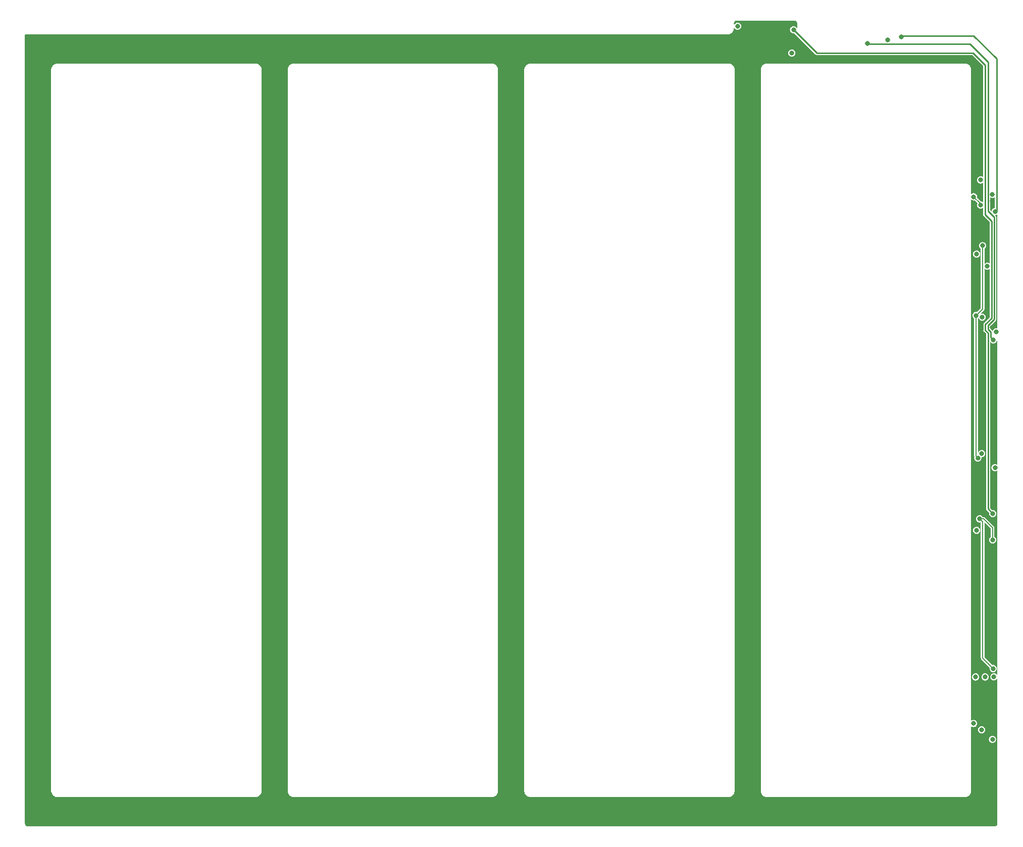
<source format=gbr>
%TF.GenerationSoftware,KiCad,Pcbnew,7.0.6*%
%TF.CreationDate,2024-01-17T22:25:56+01:00*%
%TF.ProjectId,FT24-AMS-Slave_v1-VTSENS,46543234-2d41-44d5-932d-536c6176655f,rev?*%
%TF.SameCoordinates,Original*%
%TF.FileFunction,Copper,L2,Inr*%
%TF.FilePolarity,Positive*%
%FSLAX46Y46*%
G04 Gerber Fmt 4.6, Leading zero omitted, Abs format (unit mm)*
G04 Created by KiCad (PCBNEW 7.0.6) date 2024-01-17 22:25:56*
%MOMM*%
%LPD*%
G01*
G04 APERTURE LIST*
%TA.AperFunction,ViaPad*%
%ADD10C,0.800000*%
%TD*%
%TA.AperFunction,Conductor*%
%ADD11C,0.250000*%
%TD*%
%TA.AperFunction,Conductor*%
%ADD12C,0.200000*%
%TD*%
G04 APERTURE END LIST*
D10*
%TO.N,+5V*%
X228000000Y-99100000D03*
X225827898Y-74266990D03*
X225911965Y-97122015D03*
X226027895Y-143311872D03*
X224575024Y-61000000D03*
X227725512Y-53200000D03*
X227727898Y-74380686D03*
X226833010Y-62633010D03*
X226833010Y-108433010D03*
X185100000Y-28400000D03*
X225700000Y-50800000D03*
%TO.N,GND1*%
X227725000Y-52097469D03*
X226500000Y-132999968D03*
X225925175Y-141834017D03*
X224575024Y-140800000D03*
X228176024Y-97900000D03*
X225100000Y-108400000D03*
X225100000Y-62100000D03*
X225775000Y-49685910D03*
X226876007Y-64136578D03*
X228380353Y-75138517D03*
X226021558Y-72667110D03*
X228000000Y-132978216D03*
X185000000Y-23900000D03*
X194100000Y-28400000D03*
X225949407Y-95540543D03*
X224935430Y-133001229D03*
X227750000Y-143452363D03*
%TO.N,Net-(J10-Pin_2)*%
X227800000Y-105600000D03*
X194400000Y-24500000D03*
%TO.N,Net-(J10-Pin_3)*%
X227900000Y-76500000D03*
X206800000Y-26800000D03*
%TO.N,Net-(J10-Pin_4)*%
X212500000Y-25669170D03*
X228176024Y-55000000D03*
%TO.N,Net-(J10-Pin_5)*%
X210200000Y-26175000D03*
%TO.N,Net-(J10-Pin_17)*%
X227775524Y-110000000D03*
X225600000Y-106500000D03*
X224600000Y-52500000D03*
X225775000Y-53900111D03*
X227852207Y-131579227D03*
%TO.N,Net-(J10-Pin_18)*%
X226100000Y-60700000D03*
X225000000Y-72400000D03*
X225300000Y-96300000D03*
%TD*%
D11*
%TO.N,Net-(J10-Pin_2)*%
X227800000Y-105600000D02*
X227000000Y-104800000D01*
X198300000Y-28400000D02*
X194400000Y-24500000D01*
X224500000Y-28400000D02*
X198300000Y-28400000D01*
X226500000Y-30400000D02*
X224500000Y-28400000D01*
X227000000Y-75314489D02*
X226552898Y-74867387D01*
X227000000Y-104800000D02*
X227000000Y-75314489D01*
X227601007Y-56601007D02*
X226500000Y-55500000D01*
X227601007Y-72845876D02*
X227601007Y-56601007D01*
X226552898Y-74867387D02*
X226552898Y-73893985D01*
X226500000Y-55500000D02*
X226500000Y-30400000D01*
X226552898Y-73893985D02*
X227601007Y-72845876D01*
%TO.N,Net-(J10-Pin_3)*%
X227450000Y-75128093D02*
X227002898Y-74680991D01*
X228051007Y-55951007D02*
X227000000Y-54900000D01*
X227000000Y-54900000D02*
X227000000Y-29900000D01*
X228051007Y-73032272D02*
X228051007Y-55951007D01*
X227450000Y-76050000D02*
X227450000Y-75128093D01*
X224000000Y-26900000D02*
X206900000Y-26900000D01*
X227002898Y-74080381D02*
X228051007Y-73032272D01*
X227900000Y-76500000D02*
X227450000Y-76050000D01*
X227002898Y-74680991D02*
X227002898Y-74080381D01*
X206900000Y-26900000D02*
X206800000Y-26800000D01*
X227000000Y-29900000D02*
X224000000Y-26900000D01*
%TO.N,Net-(J10-Pin_4)*%
X228450524Y-29350524D02*
X224600000Y-25500000D01*
X224600000Y-25500000D02*
X212669170Y-25500000D01*
X212669170Y-25500000D02*
X212500000Y-25669170D01*
X228176024Y-55000000D02*
X228400000Y-55000000D01*
X228400000Y-55000000D02*
X228450524Y-54949476D01*
X228450524Y-54949476D02*
X228450524Y-29350524D01*
D12*
%TO.N,Net-(J10-Pin_17)*%
X225600000Y-106500000D02*
X226300000Y-106500000D01*
X225600000Y-106500000D02*
X226100000Y-107000000D01*
X226100000Y-107000000D02*
X226100000Y-129827020D01*
X226100000Y-129827020D02*
X227852207Y-131579227D01*
X225775000Y-53675000D02*
X225775000Y-53900111D01*
X224600000Y-52500000D02*
X225775000Y-53675000D01*
X226300000Y-106500000D02*
X227775524Y-107975524D01*
X227775524Y-107975524D02*
X227775524Y-110000000D01*
%TO.N,Net-(J10-Pin_18)*%
X226100000Y-60700000D02*
X226100000Y-71300000D01*
X225000000Y-96000000D02*
X225300000Y-96300000D01*
X226100000Y-71300000D02*
X225000000Y-72400000D01*
X225000000Y-95100000D02*
X225000000Y-96000000D01*
X225000000Y-72400000D02*
X225000000Y-95100000D01*
%TD*%
%TA.AperFunction,Conductor*%
%TO.N,+5V*%
G36*
X194523374Y-22970179D02*
G01*
X194527117Y-22970178D01*
X194527120Y-22970179D01*
X194573110Y-22970170D01*
X194576304Y-22970379D01*
X194682816Y-22984408D01*
X194684849Y-22984676D01*
X194697221Y-22987994D01*
X194793872Y-23028093D01*
X194804952Y-23034502D01*
X194854072Y-23072277D01*
X194887890Y-23098285D01*
X194896939Y-23107357D01*
X194960503Y-23190465D01*
X194966887Y-23201569D01*
X195006338Y-23297376D01*
X195006724Y-23298312D01*
X195010012Y-23310699D01*
X195023951Y-23418725D01*
X195024152Y-23421933D01*
X195024012Y-23471282D01*
X195024155Y-23473117D01*
X195024155Y-23921365D01*
X195023421Y-24189683D01*
X195008974Y-24224292D01*
X194974287Y-24238549D01*
X194939678Y-24224102D01*
X194929151Y-24208300D01*
X194924538Y-24197163D01*
X194924535Y-24197158D01*
X194905297Y-24172087D01*
X194828282Y-24071718D01*
X194702841Y-23975464D01*
X194702836Y-23975461D01*
X194556761Y-23914955D01*
X194400000Y-23894318D01*
X194243238Y-23914955D01*
X194097163Y-23975461D01*
X194097158Y-23975464D01*
X193971718Y-24071717D01*
X193971717Y-24071718D01*
X193875464Y-24197158D01*
X193875461Y-24197163D01*
X193814955Y-24343238D01*
X193794318Y-24499999D01*
X193814955Y-24656761D01*
X193875461Y-24802836D01*
X193875464Y-24802841D01*
X193971718Y-24928282D01*
X194097159Y-25024536D01*
X194097161Y-25024536D01*
X194097163Y-25024538D01*
X194237941Y-25082850D01*
X194243238Y-25085044D01*
X194400000Y-25105682D01*
X194504488Y-25091925D01*
X194540713Y-25101631D01*
X194545532Y-25105858D01*
X198059025Y-28619351D01*
X198060470Y-28620928D01*
X198087544Y-28653193D01*
X198087545Y-28653195D01*
X198111449Y-28666995D01*
X198124029Y-28674258D01*
X198125806Y-28675390D01*
X198160316Y-28699554D01*
X198168128Y-28701646D01*
X198179943Y-28706539D01*
X198186955Y-28710588D01*
X198223419Y-28717017D01*
X198228424Y-28717900D01*
X198230508Y-28718362D01*
X198271193Y-28729264D01*
X198306026Y-28726216D01*
X198313154Y-28725593D01*
X198315290Y-28725500D01*
X224344878Y-28725500D01*
X224379526Y-28739852D01*
X226160148Y-30520473D01*
X226174500Y-30555121D01*
X226174500Y-49136180D01*
X226160148Y-49170828D01*
X226125500Y-49185180D01*
X226095671Y-49175055D01*
X226077840Y-49161373D01*
X226077839Y-49161372D01*
X225931761Y-49100865D01*
X225795636Y-49082944D01*
X225775000Y-49080228D01*
X225774999Y-49080228D01*
X225618238Y-49100865D01*
X225472163Y-49161371D01*
X225472158Y-49161374D01*
X225346718Y-49257627D01*
X225346717Y-49257628D01*
X225250464Y-49383068D01*
X225250461Y-49383073D01*
X225189955Y-49529148D01*
X225169318Y-49685909D01*
X225189955Y-49842671D01*
X225250461Y-49988746D01*
X225250464Y-49988751D01*
X225346718Y-50114192D01*
X225472159Y-50210446D01*
X225472161Y-50210446D01*
X225472163Y-50210448D01*
X225618238Y-50270953D01*
X225618238Y-50270954D01*
X225775000Y-50291592D01*
X225931762Y-50270954D01*
X226077841Y-50210446D01*
X226095671Y-50196763D01*
X226131893Y-50187057D01*
X226164372Y-50205807D01*
X226174499Y-50235638D01*
X226174499Y-53350381D01*
X226160147Y-53385029D01*
X226125499Y-53399381D01*
X226095669Y-53389255D01*
X226077840Y-53375574D01*
X226077839Y-53375573D01*
X225931761Y-53315066D01*
X225842620Y-53303330D01*
X225814368Y-53289397D01*
X225201745Y-52676774D01*
X225187393Y-52642126D01*
X225187811Y-52635743D01*
X225205682Y-52500000D01*
X225185044Y-52343238D01*
X225124536Y-52197159D01*
X225028282Y-52071718D01*
X224945146Y-52007926D01*
X224902841Y-51975464D01*
X224902836Y-51975461D01*
X224756761Y-51914955D01*
X224600000Y-51894318D01*
X224443238Y-51914955D01*
X224297160Y-51975462D01*
X224297159Y-51975463D01*
X224254853Y-52007926D01*
X224218628Y-52017632D01*
X224186149Y-51998880D01*
X224176024Y-51969051D01*
X224176024Y-31271213D01*
X224176025Y-31271188D01*
X224176024Y-31267256D01*
X224176026Y-31267253D01*
X224176024Y-31239959D01*
X224176030Y-31239945D01*
X224176029Y-31219658D01*
X224176030Y-31219658D01*
X224176027Y-31127753D01*
X224176027Y-31127751D01*
X224144105Y-30946744D01*
X224144104Y-30946742D01*
X224144103Y-30946736D01*
X224081232Y-30774012D01*
X223989324Y-30614829D01*
X223871190Y-30474044D01*
X223871176Y-30474027D01*
X223871172Y-30474023D01*
X223730395Y-30355897D01*
X223730364Y-30355871D01*
X223571242Y-30264000D01*
X223571183Y-30263966D01*
X223571182Y-30263965D01*
X223571181Y-30263965D01*
X223398456Y-30201095D01*
X223398451Y-30201094D01*
X223398447Y-30201092D01*
X223217438Y-30169171D01*
X223185652Y-30169171D01*
X223185640Y-30169170D01*
X223181697Y-30169170D01*
X223125534Y-30169170D01*
X223077939Y-30169168D01*
X223077938Y-30169168D01*
X223074003Y-30169168D01*
X223073979Y-30169170D01*
X190013105Y-30169170D01*
X190013068Y-30169167D01*
X190009139Y-30169167D01*
X190005078Y-30169167D01*
X189981850Y-30169168D01*
X189981828Y-30169159D01*
X189869637Y-30169163D01*
X189688628Y-30201088D01*
X189688620Y-30201090D01*
X189515909Y-30263958D01*
X189515908Y-30263958D01*
X189356719Y-30355870D01*
X189215917Y-30474018D01*
X189215908Y-30474027D01*
X189097767Y-30614824D01*
X189097765Y-30614826D01*
X189005858Y-30774010D01*
X189005856Y-30774013D01*
X189005857Y-30774013D01*
X188942988Y-30946736D01*
X188942986Y-30946741D01*
X188942984Y-30946745D01*
X188911062Y-31127750D01*
X188911061Y-31162086D01*
X188911060Y-31162109D01*
X188911060Y-31219658D01*
X188911058Y-31271188D01*
X188911060Y-31271213D01*
X188911060Y-152097908D01*
X188911127Y-152099392D01*
X188911126Y-152161559D01*
X188911126Y-152161561D01*
X188915439Y-152186026D01*
X188943034Y-152342570D01*
X188943034Y-152342572D01*
X188959387Y-152387508D01*
X189001737Y-152503880D01*
X189005894Y-152515301D01*
X189005897Y-152515309D01*
X189097788Y-152674484D01*
X189097790Y-152674486D01*
X189097791Y-152674488D01*
X189215933Y-152815297D01*
X189356732Y-152933453D01*
X189460341Y-152993278D01*
X189515905Y-153025362D01*
X189515907Y-153025362D01*
X189515909Y-153025364D01*
X189515913Y-153025365D01*
X189515912Y-153025365D01*
X189688619Y-153088235D01*
X189688621Y-153088235D01*
X189688628Y-153088238D01*
X189829493Y-153113084D01*
X189869634Y-153120165D01*
X189869636Y-153120165D01*
X189869641Y-153120166D01*
X189900400Y-153120166D01*
X189900426Y-153120170D01*
X189905387Y-153120170D01*
X189961543Y-153120170D01*
X189961545Y-153120170D01*
X190009139Y-153120173D01*
X190009142Y-153120171D01*
X190013068Y-153120172D01*
X190013105Y-153120170D01*
X223073979Y-153120170D01*
X223074003Y-153120171D01*
X223077935Y-153120170D01*
X223077939Y-153120172D01*
X223125534Y-153120170D01*
X223153368Y-153120170D01*
X223153980Y-153120170D01*
X223154968Y-153120122D01*
X223217435Y-153120122D01*
X223338108Y-153098841D01*
X223398441Y-153088202D01*
X223398441Y-153088201D01*
X223398446Y-153088201D01*
X223571164Y-153025336D01*
X223730343Y-152933436D01*
X223871147Y-152815293D01*
X223989299Y-152674496D01*
X224081209Y-152515323D01*
X224144085Y-152342608D01*
X224176016Y-152161600D01*
X224176018Y-152130712D01*
X224176024Y-152130665D01*
X224176024Y-152069643D01*
X224176026Y-152049294D01*
X224176029Y-152022103D01*
X224176027Y-152022098D01*
X224176028Y-152018422D01*
X224176024Y-152018356D01*
X224176024Y-143452362D01*
X227144318Y-143452362D01*
X227164955Y-143609124D01*
X227225461Y-143755199D01*
X227225464Y-143755204D01*
X227321718Y-143880645D01*
X227447159Y-143976899D01*
X227447161Y-143976899D01*
X227447163Y-143976901D01*
X227593237Y-144037407D01*
X227593238Y-144037407D01*
X227750000Y-144058045D01*
X227906762Y-144037407D01*
X228052841Y-143976899D01*
X228178282Y-143880645D01*
X228274536Y-143755204D01*
X228335044Y-143609125D01*
X228355682Y-143452363D01*
X228335044Y-143295601D01*
X228274536Y-143149522D01*
X228178282Y-143024081D01*
X228052841Y-142927827D01*
X228052836Y-142927824D01*
X227906761Y-142867318D01*
X227770637Y-142849397D01*
X227750000Y-142846681D01*
X227749999Y-142846681D01*
X227593238Y-142867318D01*
X227447163Y-142927824D01*
X227447158Y-142927827D01*
X227321718Y-143024080D01*
X227321717Y-143024081D01*
X227225464Y-143149521D01*
X227225461Y-143149526D01*
X227164955Y-143295601D01*
X227144318Y-143452362D01*
X224176024Y-143452362D01*
X224176024Y-141834016D01*
X225319493Y-141834016D01*
X225340130Y-141990778D01*
X225400636Y-142136853D01*
X225400639Y-142136858D01*
X225496893Y-142262299D01*
X225622334Y-142358553D01*
X225622336Y-142358553D01*
X225622338Y-142358555D01*
X225768413Y-142419060D01*
X225768413Y-142419061D01*
X225925175Y-142439699D01*
X226081937Y-142419061D01*
X226228016Y-142358553D01*
X226353457Y-142262299D01*
X226449711Y-142136858D01*
X226510219Y-141990779D01*
X226530857Y-141834017D01*
X226510219Y-141677255D01*
X226449711Y-141531176D01*
X226353457Y-141405735D01*
X226228016Y-141309481D01*
X226228011Y-141309478D01*
X226081936Y-141248972D01*
X225925175Y-141228335D01*
X225768413Y-141248972D01*
X225622338Y-141309478D01*
X225622333Y-141309481D01*
X225496893Y-141405734D01*
X225496892Y-141405735D01*
X225400639Y-141531175D01*
X225400636Y-141531180D01*
X225340130Y-141677255D01*
X225319493Y-141834016D01*
X224176024Y-141834016D01*
X224176024Y-141350111D01*
X224190376Y-141315463D01*
X224225024Y-141301111D01*
X224254851Y-141311236D01*
X224272183Y-141324536D01*
X224272184Y-141324536D01*
X224272185Y-141324537D01*
X224272187Y-141324538D01*
X224333926Y-141350111D01*
X224418262Y-141385044D01*
X224575024Y-141405682D01*
X224731786Y-141385044D01*
X224877865Y-141324536D01*
X225003306Y-141228282D01*
X225099560Y-141102841D01*
X225160068Y-140956762D01*
X225180706Y-140800000D01*
X225160068Y-140643238D01*
X225099560Y-140497159D01*
X225003306Y-140371718D01*
X224907844Y-140298468D01*
X224877865Y-140275464D01*
X224877860Y-140275461D01*
X224731785Y-140214955D01*
X224575024Y-140194318D01*
X224418262Y-140214955D01*
X224272187Y-140275461D01*
X224272182Y-140275464D01*
X224254852Y-140288762D01*
X224218627Y-140298468D01*
X224186149Y-140279715D01*
X224176024Y-140249887D01*
X224176024Y-133001229D01*
X224329748Y-133001229D01*
X224350385Y-133157990D01*
X224410891Y-133304065D01*
X224410894Y-133304070D01*
X224506179Y-133428249D01*
X224507148Y-133429511D01*
X224632589Y-133525765D01*
X224632591Y-133525765D01*
X224632593Y-133525767D01*
X224772932Y-133583897D01*
X224778668Y-133586273D01*
X224935430Y-133606911D01*
X225092192Y-133586273D01*
X225238271Y-133525765D01*
X225363712Y-133429511D01*
X225459966Y-133304070D01*
X225520474Y-133157991D01*
X225541112Y-133001229D01*
X225540946Y-132999968D01*
X225894318Y-132999968D01*
X225914955Y-133156729D01*
X225975461Y-133302804D01*
X225975464Y-133302809D01*
X226071718Y-133428250D01*
X226197159Y-133524504D01*
X226197161Y-133524504D01*
X226197163Y-133524506D01*
X226290724Y-133563260D01*
X226343238Y-133585012D01*
X226500000Y-133605650D01*
X226656762Y-133585012D01*
X226802841Y-133524504D01*
X226928282Y-133428250D01*
X227024536Y-133302809D01*
X227085044Y-133156730D01*
X227105682Y-132999968D01*
X227085044Y-132843206D01*
X227025060Y-132698392D01*
X227024538Y-132697131D01*
X227024535Y-132697126D01*
X226928282Y-132571686D01*
X226928281Y-132571685D01*
X226802841Y-132475432D01*
X226802836Y-132475429D01*
X226656761Y-132414923D01*
X226500000Y-132394286D01*
X226343238Y-132414923D01*
X226197163Y-132475429D01*
X226197158Y-132475432D01*
X226071718Y-132571685D01*
X226071717Y-132571686D01*
X225975464Y-132697126D01*
X225975461Y-132697131D01*
X225914955Y-132843206D01*
X225894318Y-132999968D01*
X225540946Y-132999968D01*
X225520474Y-132844467D01*
X225510942Y-132821454D01*
X225459968Y-132698392D01*
X225459965Y-132698387D01*
X225458997Y-132697126D01*
X225363712Y-132572947D01*
X225362067Y-132571685D01*
X225238271Y-132476693D01*
X225238266Y-132476690D01*
X225092191Y-132416184D01*
X224935430Y-132395547D01*
X224778668Y-132416184D01*
X224632593Y-132476690D01*
X224632588Y-132476693D01*
X224507148Y-132572946D01*
X224507147Y-132572947D01*
X224410894Y-132698387D01*
X224410891Y-132698392D01*
X224350385Y-132844467D01*
X224329748Y-133001229D01*
X224176024Y-133001229D01*
X224176024Y-108400000D01*
X224494318Y-108400000D01*
X224514955Y-108556761D01*
X224575461Y-108702836D01*
X224575464Y-108702841D01*
X224671718Y-108828282D01*
X224797159Y-108924536D01*
X224797161Y-108924536D01*
X224797163Y-108924538D01*
X224943237Y-108985044D01*
X224943238Y-108985044D01*
X225100000Y-109005682D01*
X225256762Y-108985044D01*
X225402841Y-108924536D01*
X225528282Y-108828282D01*
X225624536Y-108702841D01*
X225685044Y-108556762D01*
X225701919Y-108428581D01*
X225718079Y-108400591D01*
X225715852Y-108399669D01*
X225701919Y-108371417D01*
X225685044Y-108243238D01*
X225624538Y-108097163D01*
X225624535Y-108097158D01*
X225528282Y-107971718D01*
X225528281Y-107971717D01*
X225402841Y-107875464D01*
X225402836Y-107875461D01*
X225256761Y-107814955D01*
X225120637Y-107797034D01*
X225100000Y-107794318D01*
X225099999Y-107794318D01*
X224943238Y-107814955D01*
X224797163Y-107875461D01*
X224797158Y-107875464D01*
X224671718Y-107971717D01*
X224671717Y-107971718D01*
X224575464Y-108097158D01*
X224575461Y-108097163D01*
X224514955Y-108243238D01*
X224494318Y-108400000D01*
X224176024Y-108400000D01*
X224176024Y-106499999D01*
X224994318Y-106499999D01*
X225014955Y-106656761D01*
X225075461Y-106802836D01*
X225075464Y-106802841D01*
X225171718Y-106928282D01*
X225297159Y-107024536D01*
X225297161Y-107024536D01*
X225297163Y-107024538D01*
X225356261Y-107049017D01*
X225443238Y-107085044D01*
X225600000Y-107105682D01*
X225735732Y-107087812D01*
X225771955Y-107097519D01*
X225776774Y-107101745D01*
X225785148Y-107110119D01*
X225799500Y-107144767D01*
X225799500Y-108365021D01*
X225785148Y-108399669D01*
X225782082Y-108400938D01*
X225789374Y-108405149D01*
X225799500Y-108434978D01*
X225799500Y-129770010D01*
X225797824Y-129780281D01*
X225797854Y-129780286D01*
X225797227Y-129784779D01*
X225799474Y-129833394D01*
X225799500Y-129834525D01*
X225799500Y-129854863D01*
X225800471Y-129860058D01*
X225800862Y-129863432D01*
X225802415Y-129897010D01*
X225802415Y-129897014D01*
X225808728Y-129911311D01*
X225812067Y-129922095D01*
X225814938Y-129937449D01*
X225814939Y-129937453D01*
X225832631Y-129966028D01*
X225834212Y-129969026D01*
X225847793Y-129999784D01*
X225847793Y-129999785D01*
X225858842Y-130010833D01*
X225865852Y-130019682D01*
X225874081Y-130032972D01*
X225900905Y-130053229D01*
X225903468Y-130055459D01*
X227250461Y-131402452D01*
X227264813Y-131437100D01*
X227264394Y-131443496D01*
X227246525Y-131579226D01*
X227267162Y-131735988D01*
X227327668Y-131882063D01*
X227327671Y-131882068D01*
X227423925Y-132007509D01*
X227549366Y-132103763D01*
X227549368Y-132103763D01*
X227549370Y-132103765D01*
X227695445Y-132164270D01*
X227695445Y-132164271D01*
X227852207Y-132184909D01*
X228008969Y-132164271D01*
X228155048Y-132103763D01*
X228280489Y-132007509D01*
X228376743Y-131882068D01*
X228437251Y-131735989D01*
X228457889Y-131579227D01*
X228437251Y-131422465D01*
X228376743Y-131276386D01*
X228280489Y-131150945D01*
X228155048Y-131054691D01*
X228155043Y-131054688D01*
X228008968Y-130994182D01*
X227872843Y-130976261D01*
X227852207Y-130973545D01*
X227852206Y-130973545D01*
X227716476Y-130991414D01*
X227680251Y-130981707D01*
X227675432Y-130977481D01*
X226414852Y-129716901D01*
X226400500Y-129682253D01*
X226400500Y-129682252D01*
X226400500Y-107143763D01*
X226414851Y-107109118D01*
X226449499Y-107094766D01*
X226484147Y-107109118D01*
X227460672Y-108085642D01*
X227475024Y-108120290D01*
X227475024Y-109449503D01*
X227460672Y-109484151D01*
X227455853Y-109488377D01*
X227347242Y-109571717D01*
X227347241Y-109571718D01*
X227250988Y-109697158D01*
X227250985Y-109697163D01*
X227190479Y-109843238D01*
X227169842Y-110000000D01*
X227190479Y-110156761D01*
X227250985Y-110302836D01*
X227250988Y-110302841D01*
X227347242Y-110428282D01*
X227472683Y-110524536D01*
X227472685Y-110524536D01*
X227472687Y-110524538D01*
X227618762Y-110585044D01*
X227775524Y-110605682D01*
X227932286Y-110585044D01*
X228078365Y-110524536D01*
X228203806Y-110428282D01*
X228300060Y-110302841D01*
X228360568Y-110156762D01*
X228381206Y-110000000D01*
X228360568Y-109843238D01*
X228300060Y-109697159D01*
X228203806Y-109571718D01*
X228203805Y-109571717D01*
X228095195Y-109488377D01*
X228076443Y-109455899D01*
X228076024Y-109449503D01*
X228076024Y-108032534D01*
X228077699Y-108022265D01*
X228077669Y-108022261D01*
X228078295Y-108017763D01*
X228078297Y-108017759D01*
X228076050Y-107969148D01*
X228076024Y-107968017D01*
X228076024Y-107947681D01*
X228076024Y-107947680D01*
X228075050Y-107942477D01*
X228074660Y-107939108D01*
X228073109Y-107905532D01*
X228066796Y-107891234D01*
X228063456Y-107880451D01*
X228060585Y-107865091D01*
X228042891Y-107836513D01*
X228041307Y-107833508D01*
X228033115Y-107814956D01*
X228027730Y-107802759D01*
X228027729Y-107802758D01*
X228027729Y-107802757D01*
X228016682Y-107791710D01*
X228009670Y-107782858D01*
X228001444Y-107769574D01*
X228001443Y-107769572D01*
X228001441Y-107769570D01*
X228001440Y-107769569D01*
X227974617Y-107749314D01*
X227972054Y-107747083D01*
X226552799Y-106327828D01*
X226546718Y-106319377D01*
X226546694Y-106319396D01*
X226543959Y-106315774D01*
X226543958Y-106315772D01*
X226507973Y-106282967D01*
X226507198Y-106282227D01*
X226499988Y-106275017D01*
X226492800Y-106267828D01*
X226492794Y-106267823D01*
X226489639Y-106265662D01*
X226488437Y-106264839D01*
X226485778Y-106262733D01*
X226460933Y-106240084D01*
X226460931Y-106240083D01*
X226446355Y-106234436D01*
X226436366Y-106229170D01*
X226423482Y-106220344D01*
X226423476Y-106220342D01*
X226390767Y-106212648D01*
X226387523Y-106211644D01*
X226365106Y-106202960D01*
X226356173Y-106199500D01*
X226356172Y-106199500D01*
X226340546Y-106199500D01*
X226329327Y-106198198D01*
X226314119Y-106194621D01*
X226280827Y-106199265D01*
X226277441Y-106199500D01*
X226150496Y-106199500D01*
X226115848Y-106185148D01*
X226111622Y-106180329D01*
X226028282Y-106071718D01*
X226028281Y-106071717D01*
X225902841Y-105975464D01*
X225902836Y-105975461D01*
X225756761Y-105914955D01*
X225600000Y-105894318D01*
X225443238Y-105914955D01*
X225297163Y-105975461D01*
X225297158Y-105975464D01*
X225171718Y-106071717D01*
X225171717Y-106071718D01*
X225075464Y-106197158D01*
X225075461Y-106197163D01*
X225014955Y-106343238D01*
X224994318Y-106499999D01*
X224176024Y-106499999D01*
X224176024Y-62100000D01*
X224494318Y-62100000D01*
X224494996Y-62105148D01*
X224514955Y-62256761D01*
X224575461Y-62402836D01*
X224575464Y-62402841D01*
X224671718Y-62528282D01*
X224797159Y-62624536D01*
X224797161Y-62624536D01*
X224797163Y-62624538D01*
X224943238Y-62685044D01*
X225100000Y-62705682D01*
X225256762Y-62685044D01*
X225402841Y-62624536D01*
X225528282Y-62528282D01*
X225624536Y-62402841D01*
X225685044Y-62256762D01*
X225701919Y-62128580D01*
X225718078Y-62100591D01*
X225715851Y-62099669D01*
X225701919Y-62071418D01*
X225685044Y-61943238D01*
X225624536Y-61797159D01*
X225528282Y-61671718D01*
X225402841Y-61575464D01*
X225402836Y-61575461D01*
X225256761Y-61514955D01*
X225100000Y-61494318D01*
X224943238Y-61514955D01*
X224797163Y-61575461D01*
X224797158Y-61575464D01*
X224671718Y-61671717D01*
X224671717Y-61671718D01*
X224575464Y-61797158D01*
X224575461Y-61797163D01*
X224514955Y-61943238D01*
X224494318Y-62099999D01*
X224494318Y-62100000D01*
X224176024Y-62100000D01*
X224176024Y-53030947D01*
X224190376Y-52996299D01*
X224225024Y-52981947D01*
X224254851Y-52992072D01*
X224297159Y-53024536D01*
X224297161Y-53024536D01*
X224297163Y-53024538D01*
X224312636Y-53030947D01*
X224443238Y-53085044D01*
X224600000Y-53105682D01*
X224735732Y-53087812D01*
X224771955Y-53097519D01*
X224776774Y-53101745D01*
X225233708Y-53558679D01*
X225248060Y-53593327D01*
X225244330Y-53612078D01*
X225189955Y-53743349D01*
X225169318Y-53900110D01*
X225189955Y-54056872D01*
X225250461Y-54202947D01*
X225250464Y-54202952D01*
X225346718Y-54328393D01*
X225472159Y-54424647D01*
X225472161Y-54424647D01*
X225472163Y-54424649D01*
X225594835Y-54475461D01*
X225618238Y-54485155D01*
X225775000Y-54505793D01*
X225931762Y-54485155D01*
X226077841Y-54424647D01*
X226095672Y-54410964D01*
X226131895Y-54401258D01*
X226164374Y-54420009D01*
X226174500Y-54449839D01*
X226174500Y-55484710D01*
X226174407Y-55486846D01*
X226170736Y-55528807D01*
X226181637Y-55569493D01*
X226182100Y-55571580D01*
X226189411Y-55613044D01*
X226189412Y-55613046D01*
X226193455Y-55620048D01*
X226198351Y-55631867D01*
X226200445Y-55639682D01*
X226200444Y-55639682D01*
X226224601Y-55674182D01*
X226225750Y-55675985D01*
X226246804Y-55712453D01*
X226246806Y-55712455D01*
X226279072Y-55739530D01*
X226280649Y-55740975D01*
X227261155Y-56721480D01*
X227275507Y-56756128D01*
X227275507Y-63586848D01*
X227261155Y-63621496D01*
X227226507Y-63635848D01*
X227196678Y-63625723D01*
X227178847Y-63612041D01*
X227178846Y-63612040D01*
X227032768Y-63551533D01*
X226876007Y-63530896D01*
X226719245Y-63551533D01*
X226573170Y-63612039D01*
X226573165Y-63612042D01*
X226479329Y-63684045D01*
X226443104Y-63693752D01*
X226410626Y-63675000D01*
X226400500Y-63645171D01*
X226400500Y-61250496D01*
X226414852Y-61215848D01*
X226419671Y-61211622D01*
X226429656Y-61203959D01*
X226528282Y-61128282D01*
X226624536Y-61002841D01*
X226685044Y-60856762D01*
X226705682Y-60700000D01*
X226685044Y-60543238D01*
X226624536Y-60397159D01*
X226528282Y-60271718D01*
X226402841Y-60175464D01*
X226402836Y-60175461D01*
X226256761Y-60114955D01*
X226100000Y-60094318D01*
X225943238Y-60114955D01*
X225797163Y-60175461D01*
X225797158Y-60175464D01*
X225671718Y-60271717D01*
X225671717Y-60271718D01*
X225575464Y-60397158D01*
X225575461Y-60397163D01*
X225514955Y-60543238D01*
X225494318Y-60700000D01*
X225514955Y-60856761D01*
X225575461Y-61002836D01*
X225575464Y-61002841D01*
X225671717Y-61128281D01*
X225671718Y-61128282D01*
X225780328Y-61211622D01*
X225799080Y-61244100D01*
X225799499Y-61250496D01*
X225799499Y-62065021D01*
X225785147Y-62099669D01*
X225782081Y-62100938D01*
X225789373Y-62105148D01*
X225799499Y-62134978D01*
X225799499Y-71155232D01*
X225785147Y-71189880D01*
X225176773Y-71798254D01*
X225142125Y-71812606D01*
X225135729Y-71812187D01*
X225000000Y-71794318D01*
X224999999Y-71794318D01*
X224843238Y-71814955D01*
X224697163Y-71875461D01*
X224697158Y-71875464D01*
X224571718Y-71971717D01*
X224571717Y-71971718D01*
X224475464Y-72097158D01*
X224475461Y-72097163D01*
X224414955Y-72243238D01*
X224394318Y-72400000D01*
X224414955Y-72556761D01*
X224475461Y-72702836D01*
X224475464Y-72702841D01*
X224571717Y-72828281D01*
X224571718Y-72828282D01*
X224680329Y-72911622D01*
X224699081Y-72944100D01*
X224699500Y-72950496D01*
X224699500Y-95043827D01*
X224699499Y-95942990D01*
X224697824Y-95953261D01*
X224697854Y-95953266D01*
X224697227Y-95957759D01*
X224699474Y-96006374D01*
X224699500Y-96007505D01*
X224699500Y-96027843D01*
X224700471Y-96033038D01*
X224700862Y-96036412D01*
X224702415Y-96069990D01*
X224702415Y-96069994D01*
X224708728Y-96084291D01*
X224712067Y-96095075D01*
X224715773Y-96114895D01*
X224714352Y-96115160D01*
X224714074Y-96139676D01*
X224715787Y-96140135D01*
X224714956Y-96143236D01*
X224694318Y-96300000D01*
X224714955Y-96456761D01*
X224775461Y-96602836D01*
X224775464Y-96602841D01*
X224871718Y-96728282D01*
X224997159Y-96824536D01*
X224997161Y-96824536D01*
X224997163Y-96824538D01*
X225143237Y-96885044D01*
X225143238Y-96885044D01*
X225300000Y-96905682D01*
X225456762Y-96885044D01*
X225602841Y-96824536D01*
X225728282Y-96728282D01*
X225824536Y-96602841D01*
X225885044Y-96456762D01*
X225905682Y-96300000D01*
X225892643Y-96200966D01*
X225902351Y-96164741D01*
X225934829Y-96145989D01*
X225947621Y-96145989D01*
X225949407Y-96146225D01*
X226106169Y-96125587D01*
X226252248Y-96065079D01*
X226377689Y-95968825D01*
X226473943Y-95843384D01*
X226534451Y-95697305D01*
X226555089Y-95540543D01*
X226534451Y-95383781D01*
X226473943Y-95237702D01*
X226377689Y-95112261D01*
X226252248Y-95016007D01*
X226252243Y-95016004D01*
X226106168Y-94955498D01*
X225970044Y-94937577D01*
X225949407Y-94934861D01*
X225949406Y-94934861D01*
X225792645Y-94955498D01*
X225646570Y-95016004D01*
X225646565Y-95016007D01*
X225521125Y-95112260D01*
X225521124Y-95112261D01*
X225424871Y-95237701D01*
X225424870Y-95237703D01*
X225394770Y-95310372D01*
X225368251Y-95336890D01*
X225330748Y-95336890D01*
X225304230Y-95310371D01*
X225300500Y-95291620D01*
X225300500Y-72950496D01*
X225314852Y-72915848D01*
X225319671Y-72911622D01*
X225359028Y-72881422D01*
X225385253Y-72861298D01*
X225421478Y-72851592D01*
X225453956Y-72870344D01*
X225460352Y-72881422D01*
X225497019Y-72969946D01*
X225497022Y-72969951D01*
X225593276Y-73095392D01*
X225718717Y-73191646D01*
X225718719Y-73191646D01*
X225718721Y-73191648D01*
X225846858Y-73244724D01*
X225864796Y-73252154D01*
X226021558Y-73272792D01*
X226178320Y-73252154D01*
X226324399Y-73191646D01*
X226449840Y-73095392D01*
X226546094Y-72969951D01*
X226606602Y-72823872D01*
X226627240Y-72667110D01*
X226606602Y-72510348D01*
X226606601Y-72510347D01*
X226546096Y-72364273D01*
X226546093Y-72364268D01*
X226449840Y-72238828D01*
X226449839Y-72238827D01*
X226324399Y-72142574D01*
X226324394Y-72142571D01*
X226178319Y-72082065D01*
X226042194Y-72064144D01*
X226021558Y-72061428D01*
X226021557Y-72061428D01*
X225867537Y-72081704D01*
X225831312Y-72071997D01*
X225812561Y-72039518D01*
X225822268Y-72003293D01*
X225826486Y-71998483D01*
X226272172Y-71552797D01*
X226280621Y-71546720D01*
X226280603Y-71546696D01*
X226284224Y-71543961D01*
X226284225Y-71543959D01*
X226284228Y-71543958D01*
X226317022Y-71507983D01*
X226317782Y-71507187D01*
X226332174Y-71492797D01*
X226335164Y-71488431D01*
X226337268Y-71485776D01*
X226337946Y-71485031D01*
X226359916Y-71460933D01*
X226365562Y-71446357D01*
X226370826Y-71436370D01*
X226379657Y-71423481D01*
X226387355Y-71390748D01*
X226388354Y-71387521D01*
X226400500Y-71356173D01*
X226400500Y-71340546D01*
X226401802Y-71329326D01*
X226405379Y-71314119D01*
X226400734Y-71280826D01*
X226400500Y-71277440D01*
X226400500Y-64627984D01*
X226414852Y-64593336D01*
X226449500Y-64578984D01*
X226479327Y-64589109D01*
X226573166Y-64661114D01*
X226573168Y-64661114D01*
X226573170Y-64661116D01*
X226719245Y-64721622D01*
X226876007Y-64742260D01*
X227032769Y-64721622D01*
X227178848Y-64661114D01*
X227196679Y-64647431D01*
X227232902Y-64637725D01*
X227265381Y-64656476D01*
X227275507Y-64686306D01*
X227275507Y-72690753D01*
X227261155Y-72725401D01*
X226333545Y-73653010D01*
X226331970Y-73654454D01*
X226299704Y-73681529D01*
X226278641Y-73718009D01*
X226277493Y-73719811D01*
X226253343Y-73754302D01*
X226253342Y-73754302D01*
X226251249Y-73762117D01*
X226246356Y-73773930D01*
X226242312Y-73780935D01*
X226242308Y-73780945D01*
X226235000Y-73822395D01*
X226234537Y-73824482D01*
X226223634Y-73865176D01*
X226223634Y-73865177D01*
X226227305Y-73907137D01*
X226227398Y-73909273D01*
X226227398Y-74852097D01*
X226227305Y-74854233D01*
X226223634Y-74896194D01*
X226234535Y-74936880D01*
X226234998Y-74938967D01*
X226242309Y-74980431D01*
X226242310Y-74980433D01*
X226246353Y-74987435D01*
X226251249Y-74999254D01*
X226253343Y-75007069D01*
X226253342Y-75007069D01*
X226277499Y-75041569D01*
X226278648Y-75043372D01*
X226299702Y-75079840D01*
X226299704Y-75079842D01*
X226331970Y-75106917D01*
X226333547Y-75108362D01*
X226660148Y-75434962D01*
X226674500Y-75469610D01*
X226674499Y-104784710D01*
X226674406Y-104786845D01*
X226670736Y-104828806D01*
X226681637Y-104869493D01*
X226682100Y-104871580D01*
X226689411Y-104913044D01*
X226689412Y-104913046D01*
X226693455Y-104920048D01*
X226698351Y-104931867D01*
X226700445Y-104939682D01*
X226700444Y-104939682D01*
X226724601Y-104974182D01*
X226725750Y-104975985D01*
X226746804Y-105012453D01*
X226746806Y-105012455D01*
X226779072Y-105039530D01*
X226780649Y-105040975D01*
X227194141Y-105454467D01*
X227208493Y-105489115D01*
X227208074Y-105495511D01*
X227194318Y-105599999D01*
X227214955Y-105756761D01*
X227275461Y-105902836D01*
X227275464Y-105902841D01*
X227371718Y-106028282D01*
X227497159Y-106124536D01*
X227497161Y-106124536D01*
X227497163Y-106124538D01*
X227631855Y-106180329D01*
X227643238Y-106185044D01*
X227800000Y-106205682D01*
X227956762Y-106185044D01*
X228102841Y-106124536D01*
X228228282Y-106028282D01*
X228324536Y-105902841D01*
X228385044Y-105756762D01*
X228405682Y-105600000D01*
X228385044Y-105443238D01*
X228324536Y-105297159D01*
X228228282Y-105171718D01*
X228102841Y-105075464D01*
X228102836Y-105075461D01*
X227956761Y-105014955D01*
X227820637Y-104997034D01*
X227800000Y-104994318D01*
X227799999Y-104994318D01*
X227695511Y-105008074D01*
X227659286Y-104998367D01*
X227654467Y-104994141D01*
X227339851Y-104679525D01*
X227325499Y-104644879D01*
X227325499Y-76882073D01*
X227339851Y-76847426D01*
X227374499Y-76833074D01*
X227409147Y-76847426D01*
X227413372Y-76852244D01*
X227471718Y-76928282D01*
X227597159Y-77024536D01*
X227597161Y-77024536D01*
X227597163Y-77024538D01*
X227743238Y-77085044D01*
X227900000Y-77105682D01*
X228056762Y-77085044D01*
X228202841Y-77024536D01*
X228328282Y-76928282D01*
X228424536Y-76802841D01*
X228480753Y-76667119D01*
X228507272Y-76640600D01*
X228544775Y-76640600D01*
X228571294Y-76667118D01*
X228575024Y-76685870D01*
X228575024Y-97349887D01*
X228560672Y-97384535D01*
X228526024Y-97398887D01*
X228496196Y-97388762D01*
X228478865Y-97375464D01*
X228478860Y-97375461D01*
X228332785Y-97314955D01*
X228196661Y-97297034D01*
X228176024Y-97294318D01*
X228176023Y-97294318D01*
X228019262Y-97314955D01*
X227873187Y-97375461D01*
X227873182Y-97375464D01*
X227747742Y-97471717D01*
X227747741Y-97471718D01*
X227651488Y-97597158D01*
X227651485Y-97597163D01*
X227590979Y-97743238D01*
X227570342Y-97900000D01*
X227590979Y-98056761D01*
X227651485Y-98202836D01*
X227651488Y-98202841D01*
X227747742Y-98328282D01*
X227873183Y-98424536D01*
X227873185Y-98424536D01*
X227873187Y-98424538D01*
X227934926Y-98450111D01*
X228019262Y-98485044D01*
X228176024Y-98505682D01*
X228332786Y-98485044D01*
X228478865Y-98424536D01*
X228496197Y-98411236D01*
X228532416Y-98401530D01*
X228564896Y-98420279D01*
X228575023Y-98450111D01*
X228575023Y-132596822D01*
X228560671Y-132631470D01*
X228526023Y-132645822D01*
X228491375Y-132631470D01*
X228487149Y-132626651D01*
X228428282Y-132549934D01*
X228428281Y-132549933D01*
X228302841Y-132453680D01*
X228302836Y-132453677D01*
X228156761Y-132393171D01*
X228000000Y-132372534D01*
X227843238Y-132393171D01*
X227697163Y-132453677D01*
X227697158Y-132453680D01*
X227571718Y-132549933D01*
X227571717Y-132549934D01*
X227475464Y-132675374D01*
X227475461Y-132675379D01*
X227414955Y-132821454D01*
X227394318Y-132978215D01*
X227414955Y-133134977D01*
X227475461Y-133281052D01*
X227475464Y-133281057D01*
X227571718Y-133406498D01*
X227697159Y-133502752D01*
X227697161Y-133502752D01*
X227697163Y-133502754D01*
X227752717Y-133525765D01*
X227843238Y-133563260D01*
X228000000Y-133583898D01*
X228156762Y-133563260D01*
X228302841Y-133502752D01*
X228428282Y-133406498D01*
X228487148Y-133329781D01*
X228519627Y-133311029D01*
X228555852Y-133320736D01*
X228574604Y-133353214D01*
X228575023Y-133359610D01*
X228575023Y-157568035D01*
X228574813Y-157571238D01*
X228560540Y-157679581D01*
X228557229Y-157691935D01*
X228517256Y-157788422D01*
X228510860Y-157799499D01*
X228447278Y-157882354D01*
X228438233Y-157891398D01*
X228355376Y-157954973D01*
X228344300Y-157961368D01*
X228247810Y-158001336D01*
X228235455Y-158004647D01*
X228126760Y-158018960D01*
X228123557Y-158019170D01*
X65971293Y-158019170D01*
X65968091Y-158018960D01*
X65859743Y-158004690D01*
X65847388Y-158001379D01*
X65750910Y-157961412D01*
X65739832Y-157955016D01*
X65656981Y-157891438D01*
X65647936Y-157882392D01*
X65617390Y-157842580D01*
X65584366Y-157799537D01*
X65577971Y-157788460D01*
X65538009Y-157691973D01*
X65534699Y-157679617D01*
X65527623Y-157625855D01*
X65520379Y-157570820D01*
X65520170Y-157567621D01*
X65520172Y-157522087D01*
X65520170Y-157522083D01*
X65520171Y-157520312D01*
X65520170Y-157520283D01*
X65520170Y-31271188D01*
X69919168Y-31271188D01*
X69919170Y-31271213D01*
X69919170Y-152098020D01*
X69919227Y-152099286D01*
X69919226Y-152161559D01*
X69919226Y-152161562D01*
X69923539Y-152186026D01*
X69951135Y-152342575D01*
X70013996Y-152515306D01*
X70013999Y-152515314D01*
X70105891Y-152674488D01*
X70105896Y-152674495D01*
X70191664Y-152776717D01*
X70224038Y-152815302D01*
X70224040Y-152815303D01*
X70224043Y-152815307D01*
X70224115Y-152815367D01*
X70364839Y-152933458D01*
X70524018Y-153025368D01*
X70683310Y-153083352D01*
X70696722Y-153088235D01*
X70696739Y-153088241D01*
X70877754Y-153120167D01*
X70908816Y-153120167D01*
X70908834Y-153120170D01*
X70969658Y-153120170D01*
X71017253Y-153120172D01*
X71017256Y-153120170D01*
X71021188Y-153120171D01*
X71021213Y-153120170D01*
X104082092Y-153120170D01*
X104082116Y-153120171D01*
X104086048Y-153120170D01*
X104086052Y-153120172D01*
X104133646Y-153120170D01*
X104161477Y-153120170D01*
X104162177Y-153120170D01*
X104162975Y-153120131D01*
X104225545Y-153120130D01*
X104225550Y-153120130D01*
X104406549Y-153088209D01*
X104406553Y-153088208D01*
X104406553Y-153088207D01*
X104406558Y-153088207D01*
X104579276Y-153025341D01*
X104738455Y-152933439D01*
X104879258Y-152815295D01*
X104997409Y-152674497D01*
X105089319Y-152515323D01*
X105152194Y-152342608D01*
X105184125Y-152161600D01*
X105184127Y-152130712D01*
X105184133Y-152130665D01*
X105184133Y-152069643D01*
X105184135Y-152049405D01*
X109583128Y-152049405D01*
X109583137Y-152161600D01*
X109615068Y-152342611D01*
X109615069Y-152342614D01*
X109677940Y-152515323D01*
X109677946Y-152515335D01*
X109769844Y-152674494D01*
X109769848Y-152674499D01*
X109769850Y-152674503D01*
X109769888Y-152674548D01*
X109887998Y-152815304D01*
X110028780Y-152933436D01*
X110028800Y-152933453D01*
X110187977Y-153025360D01*
X110360694Y-153088233D01*
X110493512Y-153111661D01*
X110541697Y-153120162D01*
X110541700Y-153120162D01*
X110541704Y-153120163D01*
X110572588Y-153120164D01*
X110572637Y-153120170D01*
X110633606Y-153120170D01*
X110681201Y-153120174D01*
X110681204Y-153120172D01*
X110685122Y-153120173D01*
X110685173Y-153120170D01*
X143750001Y-153120170D01*
X143777273Y-153120170D01*
X143777338Y-153120197D01*
X143797596Y-153120197D01*
X143889499Y-153120197D01*
X143889505Y-153120197D01*
X144070531Y-153088278D01*
X144243263Y-153025407D01*
X144402453Y-152933496D01*
X144543265Y-152815338D01*
X144661418Y-152674522D01*
X144753323Y-152515329D01*
X144816187Y-152342594D01*
X144848100Y-152161573D01*
X149247027Y-152161573D01*
X149278944Y-152342610D01*
X149278945Y-152342611D01*
X149341816Y-152515349D01*
X149341818Y-152515352D01*
X149433733Y-152674548D01*
X149551902Y-152815367D01*
X149662150Y-152907865D01*
X149692728Y-152933520D01*
X149845689Y-153021817D01*
X149851834Y-153025365D01*
X149851935Y-153025423D01*
X149981344Y-153072510D01*
X150024677Y-153088278D01*
X150024683Y-153088280D01*
X150205722Y-153120181D01*
X150297636Y-153120170D01*
X183461544Y-153120170D01*
X183489404Y-153120170D01*
X183490501Y-153120170D01*
X183490678Y-153120161D01*
X183553453Y-153120165D01*
X183734479Y-153088253D01*
X183820845Y-153056821D01*
X183907203Y-153025393D01*
X183907205Y-153025391D01*
X183907213Y-153025389D01*
X184066406Y-152933484D01*
X184207220Y-152815330D01*
X184325376Y-152674518D01*
X184417283Y-152515326D01*
X184480149Y-152342593D01*
X184512064Y-152161567D01*
X184512060Y-152069658D01*
X184512060Y-152069642D01*
X184512059Y-31272968D01*
X184512061Y-31272944D01*
X184512060Y-31267255D01*
X184512062Y-31267253D01*
X184512060Y-31240023D01*
X184512130Y-31239854D01*
X184512129Y-31219658D01*
X184512130Y-31219658D01*
X184512126Y-31127748D01*
X184487306Y-30987018D01*
X184480200Y-30946726D01*
X184480198Y-30946718D01*
X184463864Y-30901848D01*
X184417321Y-30773989D01*
X184325404Y-30614800D01*
X184207240Y-30473991D01*
X184066419Y-30355840D01*
X184066417Y-30355839D01*
X184066415Y-30355837D01*
X184066416Y-30355837D01*
X183907229Y-30263940D01*
X183907218Y-30263935D01*
X183734482Y-30201075D01*
X183734476Y-30201074D01*
X183621176Y-30181102D01*
X183553454Y-30169165D01*
X183553452Y-30169165D01*
X183461544Y-30169170D01*
X150268907Y-30169170D01*
X150268328Y-30169197D01*
X150205690Y-30169197D01*
X150024672Y-30201115D01*
X149851951Y-30263979D01*
X149851942Y-30263983D01*
X149692767Y-30355881D01*
X149551962Y-30474026D01*
X149551953Y-30474036D01*
X149433809Y-30614827D01*
X149433807Y-30614830D01*
X149365673Y-30732835D01*
X149341899Y-30774012D01*
X149341894Y-30774020D01*
X149321366Y-30830417D01*
X149279026Y-30946737D01*
X149279024Y-30946742D01*
X149279023Y-30946744D01*
X149247099Y-31127751D01*
X149247098Y-31162086D01*
X149247097Y-31162109D01*
X149247097Y-31219658D01*
X149247095Y-31271188D01*
X149247097Y-31271213D01*
X149247097Y-152049294D01*
X149247030Y-152049453D01*
X149247027Y-152161565D01*
X149247027Y-152161573D01*
X144848100Y-152161573D01*
X144848101Y-152161567D01*
X144848097Y-152069658D01*
X144848097Y-152069642D01*
X144848097Y-31271212D01*
X144848098Y-31271188D01*
X144848097Y-31267256D01*
X144848099Y-31267253D01*
X144848097Y-31239986D01*
X144848130Y-31239906D01*
X144848129Y-31219658D01*
X144848130Y-31219658D01*
X144848127Y-31127751D01*
X144816201Y-30946730D01*
X144799859Y-30901834D01*
X144753330Y-30774008D01*
X144751150Y-30770233D01*
X144661415Y-30614817D01*
X144661414Y-30614815D01*
X144661413Y-30614814D01*
X144594291Y-30534825D01*
X144543258Y-30474009D01*
X144402445Y-30355858D01*
X144243256Y-30263953D01*
X144243255Y-30263952D01*
X144243254Y-30263952D01*
X144070529Y-30201088D01*
X144070528Y-30201087D01*
X143980014Y-30185128D01*
X143889503Y-30169169D01*
X143889501Y-30169169D01*
X143797596Y-30169170D01*
X110605318Y-30169170D01*
X110603987Y-30169230D01*
X110541743Y-30169229D01*
X110541742Y-30169229D01*
X110507880Y-30175198D01*
X110360732Y-30201137D01*
X110360730Y-30201137D01*
X110187998Y-30263997D01*
X110187990Y-30264000D01*
X110028815Y-30355892D01*
X110028808Y-30355897D01*
X109888005Y-30474035D01*
X109887995Y-30474044D01*
X109769847Y-30614837D01*
X109769847Y-30614838D01*
X109677938Y-30774011D01*
X109677934Y-30774021D01*
X109615062Y-30946736D01*
X109615060Y-30946745D01*
X109583135Y-31127752D01*
X109583134Y-31162085D01*
X109583132Y-31162109D01*
X109583132Y-31239954D01*
X109583131Y-31271188D01*
X109583133Y-31271213D01*
X109583133Y-152018356D01*
X109583128Y-152018422D01*
X109583131Y-152049396D01*
X109583128Y-152049405D01*
X105184135Y-152049405D01*
X105184135Y-152049294D01*
X105184138Y-152022103D01*
X105184136Y-152022099D01*
X105184137Y-152017734D01*
X105184132Y-152017677D01*
X105184132Y-31272968D01*
X105184134Y-31272944D01*
X105184133Y-31267255D01*
X105184135Y-31267253D01*
X105184133Y-31219658D01*
X105184133Y-31191826D01*
X105184133Y-31190950D01*
X105184128Y-31190879D01*
X105184127Y-31127753D01*
X105184127Y-31127751D01*
X105184127Y-31127750D01*
X105152205Y-30946746D01*
X105152204Y-30946744D01*
X105152203Y-30946738D01*
X105089333Y-30774015D01*
X104997427Y-30614833D01*
X104879276Y-30474027D01*
X104879274Y-30474025D01*
X104879271Y-30474022D01*
X104738496Y-30355897D01*
X104738471Y-30355876D01*
X104579343Y-30264000D01*
X104579291Y-30263970D01*
X104579290Y-30263969D01*
X104579289Y-30263969D01*
X104406566Y-30201098D01*
X104406561Y-30201097D01*
X104406559Y-30201096D01*
X104225548Y-30169172D01*
X104225556Y-30169172D01*
X104191462Y-30169171D01*
X104191444Y-30169170D01*
X104189806Y-30169170D01*
X104133646Y-30169170D01*
X104086052Y-30169168D01*
X104086051Y-30169168D01*
X104082116Y-30169168D01*
X104082092Y-30169170D01*
X71021213Y-30169170D01*
X71021188Y-30169168D01*
X71017253Y-30169168D01*
X70969658Y-30169170D01*
X70941821Y-30169170D01*
X70877750Y-30169172D01*
X70696745Y-30201094D01*
X70696741Y-30201096D01*
X70696739Y-30201096D01*
X70696737Y-30201097D01*
X70553005Y-30253414D01*
X70524011Y-30263968D01*
X70364829Y-30355875D01*
X70224024Y-30474024D01*
X70105875Y-30614829D01*
X70013968Y-30774011D01*
X70003414Y-30803005D01*
X69951098Y-30946736D01*
X69951096Y-30946741D01*
X69951094Y-30946745D01*
X69919172Y-31127750D01*
X69919171Y-31162086D01*
X69919170Y-31162109D01*
X69919170Y-31219658D01*
X69919168Y-31271188D01*
X65520170Y-31271188D01*
X65520170Y-28400000D01*
X193494318Y-28400000D01*
X193514955Y-28556761D01*
X193575461Y-28702836D01*
X193575464Y-28702841D01*
X193671718Y-28828282D01*
X193797159Y-28924536D01*
X193797161Y-28924536D01*
X193797163Y-28924538D01*
X193847531Y-28945401D01*
X193943238Y-28985044D01*
X194100000Y-29005682D01*
X194256762Y-28985044D01*
X194402841Y-28924536D01*
X194528282Y-28828282D01*
X194624536Y-28702841D01*
X194685044Y-28556762D01*
X194705682Y-28400000D01*
X194685044Y-28243238D01*
X194658803Y-28179887D01*
X194624538Y-28097163D01*
X194624535Y-28097158D01*
X194618591Y-28089412D01*
X194528282Y-27971718D01*
X194402841Y-27875464D01*
X194402836Y-27875461D01*
X194256761Y-27814955D01*
X194100000Y-27794318D01*
X193943238Y-27814955D01*
X193797163Y-27875461D01*
X193797158Y-27875464D01*
X193671718Y-27971717D01*
X193671717Y-27971718D01*
X193575464Y-28097158D01*
X193575461Y-28097163D01*
X193514955Y-28243238D01*
X193494318Y-28400000D01*
X65520170Y-28400000D01*
X65520170Y-25319170D01*
X65534522Y-25284522D01*
X65569170Y-25270170D01*
X183295195Y-25270170D01*
X183295231Y-25270172D01*
X183299157Y-25270171D01*
X183299161Y-25270173D01*
X183326388Y-25270171D01*
X183326557Y-25270240D01*
X183346756Y-25270239D01*
X183346756Y-25270240D01*
X183438661Y-25270235D01*
X183438667Y-25270235D01*
X183516342Y-25256534D01*
X183619690Y-25238306D01*
X183792421Y-25175427D01*
X183951608Y-25083510D01*
X184092416Y-24965347D01*
X184210567Y-24824528D01*
X184212009Y-24822031D01*
X184302465Y-24665339D01*
X184302465Y-24665338D01*
X184302469Y-24665332D01*
X184365332Y-24492595D01*
X184397244Y-24311568D01*
X184397241Y-24245248D01*
X184411591Y-24210600D01*
X184446239Y-24196247D01*
X184480888Y-24210597D01*
X184485112Y-24215414D01*
X184571718Y-24328282D01*
X184697159Y-24424536D01*
X184697161Y-24424536D01*
X184697163Y-24424538D01*
X184843237Y-24485043D01*
X184843238Y-24485044D01*
X185000000Y-24505682D01*
X185156762Y-24485044D01*
X185302841Y-24424536D01*
X185428282Y-24328282D01*
X185524536Y-24202841D01*
X185585044Y-24056762D01*
X185605682Y-23900000D01*
X185585044Y-23743238D01*
X185524536Y-23597159D01*
X185428282Y-23471718D01*
X185362565Y-23421292D01*
X185302841Y-23375464D01*
X185302836Y-23375461D01*
X185156761Y-23314955D01*
X185000000Y-23294318D01*
X184843238Y-23314955D01*
X184697163Y-23375461D01*
X184697158Y-23375464D01*
X184571718Y-23471717D01*
X184571717Y-23471718D01*
X184485114Y-23584582D01*
X184452636Y-23603334D01*
X184416411Y-23593627D01*
X184397659Y-23561149D01*
X184397240Y-23554753D01*
X184397240Y-23421292D01*
X184397450Y-23418090D01*
X184403063Y-23375461D01*
X184411719Y-23309723D01*
X184415026Y-23297384D01*
X184455001Y-23200878D01*
X184461396Y-23189803D01*
X184524986Y-23106928D01*
X184534018Y-23097896D01*
X184616891Y-23034302D01*
X184627961Y-23027911D01*
X184724464Y-22987931D01*
X184736811Y-22984623D01*
X184844945Y-22970379D01*
X184848141Y-22970170D01*
X194523246Y-22970170D01*
X194523374Y-22970179D01*
G37*
%TD.AperFunction*%
%TA.AperFunction,Conductor*%
G36*
X228564897Y-55520280D02*
G01*
X228575024Y-55550111D01*
X228575024Y-74502589D01*
X228560672Y-74537237D01*
X228526024Y-74551589D01*
X228519629Y-74551170D01*
X228380353Y-74532835D01*
X228223591Y-74553472D01*
X228077516Y-74613978D01*
X228077511Y-74613981D01*
X227952071Y-74710234D01*
X227952070Y-74710235D01*
X227855817Y-74835675D01*
X227855816Y-74835677D01*
X227810799Y-74944358D01*
X227784280Y-74970876D01*
X227746777Y-74970876D01*
X227723094Y-74950106D01*
X227703194Y-74915638D01*
X227670923Y-74888559D01*
X227669349Y-74887116D01*
X227342750Y-74560517D01*
X227328398Y-74525869D01*
X227328398Y-74235501D01*
X227342749Y-74200854D01*
X228270369Y-73273234D01*
X228271919Y-73271813D01*
X228304201Y-73244727D01*
X228325267Y-73208237D01*
X228326398Y-73206462D01*
X228350561Y-73171956D01*
X228352653Y-73164143D01*
X228357547Y-73152326D01*
X228361595Y-73145317D01*
X228368907Y-73103845D01*
X228369370Y-73101758D01*
X228371076Y-73095392D01*
X228380271Y-73061079D01*
X228376600Y-73019118D01*
X228376507Y-73016982D01*
X228376507Y-55966284D01*
X228376600Y-55964148D01*
X228377094Y-55958488D01*
X228380270Y-55922200D01*
X228369366Y-55881508D01*
X228368908Y-55879441D01*
X228361595Y-55837962D01*
X228357546Y-55830950D01*
X228352653Y-55819133D01*
X228350561Y-55811324D01*
X228350558Y-55811318D01*
X228326402Y-55776820D01*
X228325262Y-55775032D01*
X228304201Y-55738552D01*
X228271936Y-55711478D01*
X228270362Y-55710035D01*
X228237433Y-55677106D01*
X228223081Y-55642458D01*
X228237433Y-55607810D01*
X228265683Y-55593878D01*
X228332786Y-55585044D01*
X228478865Y-55524536D01*
X228496196Y-55511237D01*
X228532418Y-55501530D01*
X228564897Y-55520280D01*
G37*
%TD.AperFunction*%
%TA.AperFunction,Conductor*%
G36*
X227404326Y-52608321D02*
G01*
X227422159Y-52622005D01*
X227422162Y-52622006D01*
X227422163Y-52622007D01*
X227511721Y-52659103D01*
X227568238Y-52682513D01*
X227725000Y-52703151D01*
X227881762Y-52682513D01*
X228027841Y-52622005D01*
X228046196Y-52607920D01*
X228082419Y-52598214D01*
X228114898Y-52616965D01*
X228125024Y-52646795D01*
X228125024Y-54358059D01*
X228110672Y-54392707D01*
X228082420Y-54406640D01*
X228019262Y-54414955D01*
X227873187Y-54475461D01*
X227873182Y-54475464D01*
X227747742Y-54571717D01*
X227747741Y-54571718D01*
X227651488Y-54697158D01*
X227651485Y-54697163D01*
X227590979Y-54843238D01*
X227582146Y-54910338D01*
X227563394Y-54942816D01*
X227527169Y-54952523D01*
X227498917Y-54938590D01*
X227339852Y-54779525D01*
X227325500Y-54744877D01*
X227325500Y-52647197D01*
X227339852Y-52612549D01*
X227374500Y-52598197D01*
X227404326Y-52608321D01*
G37*
%TD.AperFunction*%
%TD*%
M02*

</source>
